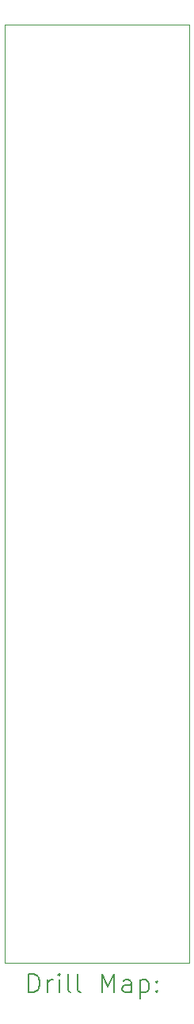
<source format=gbr>
%TF.GenerationSoftware,KiCad,Pcbnew,6.0.7+dfsg-1~bpo11+1*%
%TF.CreationDate,2022-10-24T23:46:41+08:00*%
%TF.ProjectId,MiniDelay,4d696e69-4465-46c6-9179-2e6b69636164,rev?*%
%TF.SameCoordinates,Original*%
%TF.FileFunction,Drillmap*%
%TF.FilePolarity,Positive*%
%FSLAX45Y45*%
G04 Gerber Fmt 4.5, Leading zero omitted, Abs format (unit mm)*
G04 Created by KiCad (PCBNEW 6.0.7+dfsg-1~bpo11+1) date 2022-10-24 23:46:41*
%MOMM*%
%LPD*%
G01*
G04 APERTURE LIST*
%ADD10C,0.100000*%
%ADD11C,0.200000*%
G04 APERTURE END LIST*
D10*
X11100000Y-15660000D02*
X11100000Y-5660000D01*
X11100000Y-5660000D02*
X13070000Y-5660000D01*
X13070000Y-5660000D02*
X13070000Y-15660000D01*
X13070000Y-15660000D02*
X11100000Y-15660000D01*
D11*
X11352619Y-15975476D02*
X11352619Y-15775476D01*
X11400238Y-15775476D01*
X11428809Y-15785000D01*
X11447857Y-15804048D01*
X11457381Y-15823095D01*
X11466905Y-15861190D01*
X11466905Y-15889762D01*
X11457381Y-15927857D01*
X11447857Y-15946905D01*
X11428809Y-15965952D01*
X11400238Y-15975476D01*
X11352619Y-15975476D01*
X11552619Y-15975476D02*
X11552619Y-15842143D01*
X11552619Y-15880238D02*
X11562143Y-15861190D01*
X11571667Y-15851667D01*
X11590714Y-15842143D01*
X11609762Y-15842143D01*
X11676428Y-15975476D02*
X11676428Y-15842143D01*
X11676428Y-15775476D02*
X11666905Y-15785000D01*
X11676428Y-15794524D01*
X11685952Y-15785000D01*
X11676428Y-15775476D01*
X11676428Y-15794524D01*
X11800238Y-15975476D02*
X11781190Y-15965952D01*
X11771667Y-15946905D01*
X11771667Y-15775476D01*
X11905000Y-15975476D02*
X11885952Y-15965952D01*
X11876428Y-15946905D01*
X11876428Y-15775476D01*
X12133571Y-15975476D02*
X12133571Y-15775476D01*
X12200238Y-15918333D01*
X12266905Y-15775476D01*
X12266905Y-15975476D01*
X12447857Y-15975476D02*
X12447857Y-15870714D01*
X12438333Y-15851667D01*
X12419286Y-15842143D01*
X12381190Y-15842143D01*
X12362143Y-15851667D01*
X12447857Y-15965952D02*
X12428809Y-15975476D01*
X12381190Y-15975476D01*
X12362143Y-15965952D01*
X12352619Y-15946905D01*
X12352619Y-15927857D01*
X12362143Y-15908809D01*
X12381190Y-15899286D01*
X12428809Y-15899286D01*
X12447857Y-15889762D01*
X12543095Y-15842143D02*
X12543095Y-16042143D01*
X12543095Y-15851667D02*
X12562143Y-15842143D01*
X12600238Y-15842143D01*
X12619286Y-15851667D01*
X12628809Y-15861190D01*
X12638333Y-15880238D01*
X12638333Y-15937381D01*
X12628809Y-15956428D01*
X12619286Y-15965952D01*
X12600238Y-15975476D01*
X12562143Y-15975476D01*
X12543095Y-15965952D01*
X12724048Y-15956428D02*
X12733571Y-15965952D01*
X12724048Y-15975476D01*
X12714524Y-15965952D01*
X12724048Y-15956428D01*
X12724048Y-15975476D01*
X12724048Y-15851667D02*
X12733571Y-15861190D01*
X12724048Y-15870714D01*
X12714524Y-15861190D01*
X12724048Y-15851667D01*
X12724048Y-15870714D01*
M02*

</source>
